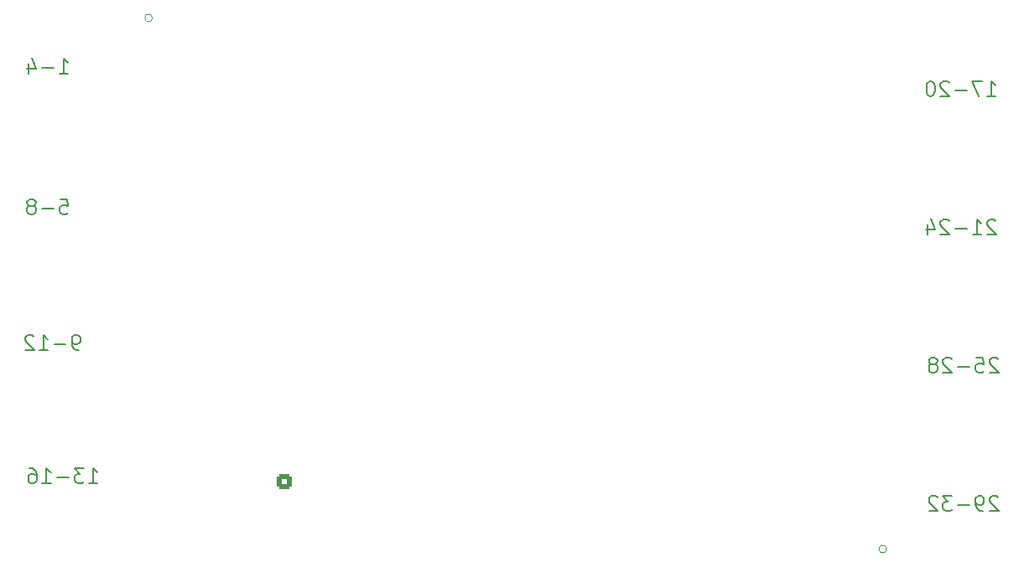
<source format=gbo>
G04 #@! TF.GenerationSoftware,KiCad,Pcbnew,(6.0.0-0)*
G04 #@! TF.CreationDate,2022-01-07T14:07:45-07:00*
G04 #@! TF.ProjectId,Controller_T41_rev0.2a,436f6e74-726f-46c6-9c65-725f5434315f,rev?*
G04 #@! TF.SameCoordinates,Original*
G04 #@! TF.FileFunction,Legend,Bot*
G04 #@! TF.FilePolarity,Positive*
%FSLAX46Y46*%
G04 Gerber Fmt 4.6, Leading zero omitted, Abs format (unit mm)*
G04 Created by KiCad (PCBNEW (6.0.0-0)) date 2022-01-07 14:07:45*
%MOMM*%
%LPD*%
G01*
G04 APERTURE LIST*
G04 Aperture macros list*
%AMRoundRect*
0 Rectangle with rounded corners*
0 $1 Rounding radius*
0 $2 $3 $4 $5 $6 $7 $8 $9 X,Y pos of 4 corners*
0 Add a 4 corners polygon primitive as box body*
4,1,4,$2,$3,$4,$5,$6,$7,$8,$9,$2,$3,0*
0 Add four circle primitives for the rounded corners*
1,1,$1+$1,$2,$3*
1,1,$1+$1,$4,$5*
1,1,$1+$1,$6,$7*
1,1,$1+$1,$8,$9*
0 Add four rect primitives between the rounded corners*
20,1,$1+$1,$2,$3,$4,$5,0*
20,1,$1+$1,$4,$5,$6,$7,0*
20,1,$1+$1,$6,$7,$8,$9,0*
20,1,$1+$1,$8,$9,$2,$3,0*%
G04 Aperture macros list end*
%ADD10C,0.150000*%
%ADD11C,0.120000*%
%ADD12C,1.371600*%
%ADD13C,2.108200*%
%ADD14C,3.708400*%
%ADD15C,3.250000*%
%ADD16RoundRect,0.250500X-0.499500X-0.499500X0.499500X-0.499500X0.499500X0.499500X-0.499500X0.499500X0*%
%ADD17C,1.500000*%
%ADD18C,2.500000*%
%ADD19R,2.600000X2.600000*%
%ADD20C,2.600000*%
%ADD21C,1.600000*%
%ADD22R,1.600000X1.600000*%
%ADD23R,1.300000X1.300000*%
%ADD24C,1.300000*%
%ADD25C,0.800000*%
%ADD26C,6.400000*%
G04 APERTURE END LIST*
D10*
X197048000Y-106763428D02*
X196976571Y-106692000D01*
X196833714Y-106620571D01*
X196476571Y-106620571D01*
X196333714Y-106692000D01*
X196262285Y-106763428D01*
X196190857Y-106906285D01*
X196190857Y-107049142D01*
X196262285Y-107263428D01*
X197119428Y-108120571D01*
X196190857Y-108120571D01*
X195476571Y-108120571D02*
X195190857Y-108120571D01*
X195048000Y-108049142D01*
X194976571Y-107977714D01*
X194833714Y-107763428D01*
X194762285Y-107477714D01*
X194762285Y-106906285D01*
X194833714Y-106763428D01*
X194905142Y-106692000D01*
X195048000Y-106620571D01*
X195333714Y-106620571D01*
X195476571Y-106692000D01*
X195548000Y-106763428D01*
X195619428Y-106906285D01*
X195619428Y-107263428D01*
X195548000Y-107406285D01*
X195476571Y-107477714D01*
X195333714Y-107549142D01*
X195048000Y-107549142D01*
X194905142Y-107477714D01*
X194833714Y-107406285D01*
X194762285Y-107263428D01*
X194119428Y-107549142D02*
X192976571Y-107549142D01*
X192405142Y-106620571D02*
X191476571Y-106620571D01*
X191976571Y-107192000D01*
X191762285Y-107192000D01*
X191619428Y-107263428D01*
X191548000Y-107334857D01*
X191476571Y-107477714D01*
X191476571Y-107834857D01*
X191548000Y-107977714D01*
X191619428Y-108049142D01*
X191762285Y-108120571D01*
X192190857Y-108120571D01*
X192333714Y-108049142D01*
X192405142Y-107977714D01*
X190905142Y-106763428D02*
X190833714Y-106692000D01*
X190690857Y-106620571D01*
X190333714Y-106620571D01*
X190190857Y-106692000D01*
X190119428Y-106763428D01*
X190048000Y-106906285D01*
X190048000Y-107049142D01*
X190119428Y-107263428D01*
X190976571Y-108120571D01*
X190048000Y-108120571D01*
X197048000Y-92793428D02*
X196976571Y-92722000D01*
X196833714Y-92650571D01*
X196476571Y-92650571D01*
X196333714Y-92722000D01*
X196262285Y-92793428D01*
X196190857Y-92936285D01*
X196190857Y-93079142D01*
X196262285Y-93293428D01*
X197119428Y-94150571D01*
X196190857Y-94150571D01*
X194833714Y-92650571D02*
X195548000Y-92650571D01*
X195619428Y-93364857D01*
X195548000Y-93293428D01*
X195405142Y-93222000D01*
X195048000Y-93222000D01*
X194905142Y-93293428D01*
X194833714Y-93364857D01*
X194762285Y-93507714D01*
X194762285Y-93864857D01*
X194833714Y-94007714D01*
X194905142Y-94079142D01*
X195048000Y-94150571D01*
X195405142Y-94150571D01*
X195548000Y-94079142D01*
X195619428Y-94007714D01*
X194119428Y-93579142D02*
X192976571Y-93579142D01*
X192333714Y-92793428D02*
X192262285Y-92722000D01*
X192119428Y-92650571D01*
X191762285Y-92650571D01*
X191619428Y-92722000D01*
X191548000Y-92793428D01*
X191476571Y-92936285D01*
X191476571Y-93079142D01*
X191548000Y-93293428D01*
X192405142Y-94150571D01*
X191476571Y-94150571D01*
X190619428Y-93293428D02*
X190762285Y-93222000D01*
X190833714Y-93150571D01*
X190905142Y-93007714D01*
X190905142Y-92936285D01*
X190833714Y-92793428D01*
X190762285Y-92722000D01*
X190619428Y-92650571D01*
X190333714Y-92650571D01*
X190190857Y-92722000D01*
X190119428Y-92793428D01*
X190048000Y-92936285D01*
X190048000Y-93007714D01*
X190119428Y-93150571D01*
X190190857Y-93222000D01*
X190333714Y-93293428D01*
X190619428Y-93293428D01*
X190762285Y-93364857D01*
X190833714Y-93436285D01*
X190905142Y-93579142D01*
X190905142Y-93864857D01*
X190833714Y-94007714D01*
X190762285Y-94079142D01*
X190619428Y-94150571D01*
X190333714Y-94150571D01*
X190190857Y-94079142D01*
X190119428Y-94007714D01*
X190048000Y-93864857D01*
X190048000Y-93579142D01*
X190119428Y-93436285D01*
X190190857Y-93364857D01*
X190333714Y-93293428D01*
X196794000Y-78823428D02*
X196722571Y-78752000D01*
X196579714Y-78680571D01*
X196222571Y-78680571D01*
X196079714Y-78752000D01*
X196008285Y-78823428D01*
X195936857Y-78966285D01*
X195936857Y-79109142D01*
X196008285Y-79323428D01*
X196865428Y-80180571D01*
X195936857Y-80180571D01*
X194508285Y-80180571D02*
X195365428Y-80180571D01*
X194936857Y-80180571D02*
X194936857Y-78680571D01*
X195079714Y-78894857D01*
X195222571Y-79037714D01*
X195365428Y-79109142D01*
X193865428Y-79609142D02*
X192722571Y-79609142D01*
X192079714Y-78823428D02*
X192008285Y-78752000D01*
X191865428Y-78680571D01*
X191508285Y-78680571D01*
X191365428Y-78752000D01*
X191294000Y-78823428D01*
X191222571Y-78966285D01*
X191222571Y-79109142D01*
X191294000Y-79323428D01*
X192151142Y-80180571D01*
X191222571Y-80180571D01*
X189936857Y-79180571D02*
X189936857Y-80180571D01*
X190294000Y-78609142D02*
X190651142Y-79680571D01*
X189722571Y-79680571D01*
X195936857Y-66210571D02*
X196794000Y-66210571D01*
X196365428Y-66210571D02*
X196365428Y-64710571D01*
X196508285Y-64924857D01*
X196651142Y-65067714D01*
X196794000Y-65139142D01*
X195436857Y-64710571D02*
X194436857Y-64710571D01*
X195079714Y-66210571D01*
X193865428Y-65639142D02*
X192722571Y-65639142D01*
X192079714Y-64853428D02*
X192008285Y-64782000D01*
X191865428Y-64710571D01*
X191508285Y-64710571D01*
X191365428Y-64782000D01*
X191294000Y-64853428D01*
X191222571Y-64996285D01*
X191222571Y-65139142D01*
X191294000Y-65353428D01*
X192151142Y-66210571D01*
X191222571Y-66210571D01*
X190294000Y-64710571D02*
X190151142Y-64710571D01*
X190008285Y-64782000D01*
X189936857Y-64853428D01*
X189865428Y-64996285D01*
X189794000Y-65282000D01*
X189794000Y-65639142D01*
X189865428Y-65924857D01*
X189936857Y-66067714D01*
X190008285Y-66139142D01*
X190151142Y-66210571D01*
X190294000Y-66210571D01*
X190436857Y-66139142D01*
X190508285Y-66067714D01*
X190579714Y-65924857D01*
X190651142Y-65639142D01*
X190651142Y-65282000D01*
X190579714Y-64996285D01*
X190508285Y-64853428D01*
X190436857Y-64782000D01*
X190294000Y-64710571D01*
X105258857Y-105326571D02*
X106116000Y-105326571D01*
X105687428Y-105326571D02*
X105687428Y-103826571D01*
X105830285Y-104040857D01*
X105973142Y-104183714D01*
X106116000Y-104255142D01*
X104758857Y-103826571D02*
X103830285Y-103826571D01*
X104330285Y-104398000D01*
X104116000Y-104398000D01*
X103973142Y-104469428D01*
X103901714Y-104540857D01*
X103830285Y-104683714D01*
X103830285Y-105040857D01*
X103901714Y-105183714D01*
X103973142Y-105255142D01*
X104116000Y-105326571D01*
X104544571Y-105326571D01*
X104687428Y-105255142D01*
X104758857Y-105183714D01*
X103187428Y-104755142D02*
X102044571Y-104755142D01*
X100544571Y-105326571D02*
X101401714Y-105326571D01*
X100973142Y-105326571D02*
X100973142Y-103826571D01*
X101116000Y-104040857D01*
X101258857Y-104183714D01*
X101401714Y-104255142D01*
X99258857Y-103826571D02*
X99544571Y-103826571D01*
X99687428Y-103898000D01*
X99758857Y-103969428D01*
X99901714Y-104183714D01*
X99973142Y-104469428D01*
X99973142Y-105040857D01*
X99901714Y-105183714D01*
X99830285Y-105255142D01*
X99687428Y-105326571D01*
X99401714Y-105326571D01*
X99258857Y-105255142D01*
X99187428Y-105183714D01*
X99116000Y-105040857D01*
X99116000Y-104683714D01*
X99187428Y-104540857D01*
X99258857Y-104469428D01*
X99401714Y-104398000D01*
X99687428Y-104398000D01*
X99830285Y-104469428D01*
X99901714Y-104540857D01*
X99973142Y-104683714D01*
X104242857Y-91864571D02*
X103957142Y-91864571D01*
X103814285Y-91793142D01*
X103742857Y-91721714D01*
X103600000Y-91507428D01*
X103528571Y-91221714D01*
X103528571Y-90650285D01*
X103600000Y-90507428D01*
X103671428Y-90436000D01*
X103814285Y-90364571D01*
X104100000Y-90364571D01*
X104242857Y-90436000D01*
X104314285Y-90507428D01*
X104385714Y-90650285D01*
X104385714Y-91007428D01*
X104314285Y-91150285D01*
X104242857Y-91221714D01*
X104100000Y-91293142D01*
X103814285Y-91293142D01*
X103671428Y-91221714D01*
X103600000Y-91150285D01*
X103528571Y-91007428D01*
X102885714Y-91293142D02*
X101742857Y-91293142D01*
X100242857Y-91864571D02*
X101100000Y-91864571D01*
X100671428Y-91864571D02*
X100671428Y-90364571D01*
X100814285Y-90578857D01*
X100957142Y-90721714D01*
X101100000Y-90793142D01*
X99671428Y-90507428D02*
X99600000Y-90436000D01*
X99457142Y-90364571D01*
X99100000Y-90364571D01*
X98957142Y-90436000D01*
X98885714Y-90507428D01*
X98814285Y-90650285D01*
X98814285Y-90793142D01*
X98885714Y-91007428D01*
X99742857Y-91864571D01*
X98814285Y-91864571D01*
X102377714Y-76648571D02*
X103092000Y-76648571D01*
X103163428Y-77362857D01*
X103092000Y-77291428D01*
X102949142Y-77220000D01*
X102592000Y-77220000D01*
X102449142Y-77291428D01*
X102377714Y-77362857D01*
X102306285Y-77505714D01*
X102306285Y-77862857D01*
X102377714Y-78005714D01*
X102449142Y-78077142D01*
X102592000Y-78148571D01*
X102949142Y-78148571D01*
X103092000Y-78077142D01*
X103163428Y-78005714D01*
X101663428Y-77577142D02*
X100520571Y-77577142D01*
X99592000Y-77291428D02*
X99734857Y-77220000D01*
X99806285Y-77148571D01*
X99877714Y-77005714D01*
X99877714Y-76934285D01*
X99806285Y-76791428D01*
X99734857Y-76720000D01*
X99592000Y-76648571D01*
X99306285Y-76648571D01*
X99163428Y-76720000D01*
X99092000Y-76791428D01*
X99020571Y-76934285D01*
X99020571Y-77005714D01*
X99092000Y-77148571D01*
X99163428Y-77220000D01*
X99306285Y-77291428D01*
X99592000Y-77291428D01*
X99734857Y-77362857D01*
X99806285Y-77434285D01*
X99877714Y-77577142D01*
X99877714Y-77862857D01*
X99806285Y-78005714D01*
X99734857Y-78077142D01*
X99592000Y-78148571D01*
X99306285Y-78148571D01*
X99163428Y-78077142D01*
X99092000Y-78005714D01*
X99020571Y-77862857D01*
X99020571Y-77577142D01*
X99092000Y-77434285D01*
X99163428Y-77362857D01*
X99306285Y-77291428D01*
X102306285Y-63924571D02*
X103163428Y-63924571D01*
X102734857Y-63924571D02*
X102734857Y-62424571D01*
X102877714Y-62638857D01*
X103020571Y-62781714D01*
X103163428Y-62853142D01*
X101663428Y-63353142D02*
X100520571Y-63353142D01*
X99163428Y-62924571D02*
X99163428Y-63924571D01*
X99520571Y-62353142D02*
X99877714Y-63424571D01*
X98949142Y-63424571D01*
D11*
X185775600Y-112014000D02*
G75*
G03*
X185775600Y-112014000I-381000J0D01*
G01*
X111658400Y-58318400D02*
G75*
G03*
X111658400Y-58318400I-381000J0D01*
G01*
%LPC*%
D12*
X185140600Y-93462000D03*
X185140600Y-90922000D03*
X185140600Y-79482000D03*
X185140600Y-76942000D03*
X187680600Y-94732000D03*
X187680600Y-92192000D03*
X187680600Y-80752000D03*
X187680600Y-78212000D03*
D13*
X182897602Y-99172000D03*
X182897602Y-85202000D03*
X182897602Y-71232000D03*
D14*
X193097600Y-111872000D03*
X193097600Y-58532000D03*
D13*
X196762800Y-114571994D03*
X196762800Y-55832005D03*
D12*
X185140600Y-82022000D03*
X187680600Y-83292000D03*
X185140600Y-96002000D03*
X187680600Y-97272000D03*
X185140600Y-88382000D03*
X187680600Y-89652000D03*
X185140600Y-74402000D03*
X187680600Y-75672000D03*
X185140600Y-107442000D03*
X185140600Y-104902000D03*
X187680600Y-108712000D03*
X187680600Y-106172000D03*
X185140600Y-109982000D03*
X187680600Y-111252000D03*
X185140600Y-102362000D03*
X187680600Y-103632000D03*
X185140600Y-65522000D03*
X185140600Y-62982000D03*
X187680600Y-66792000D03*
X187680600Y-64252000D03*
X185140600Y-68062000D03*
X187680600Y-69332000D03*
X185140600Y-60442000D03*
X187680600Y-61712000D03*
X111531400Y-76870400D03*
X111531400Y-79410400D03*
X111531400Y-90850400D03*
X111531400Y-93390400D03*
X108991400Y-75600400D03*
X108991400Y-78140400D03*
X108991400Y-89580400D03*
X108991400Y-92120400D03*
D13*
X113774398Y-71160400D03*
X113774398Y-85130400D03*
X113774398Y-99100400D03*
D14*
X103574400Y-58460400D03*
X103574400Y-111800400D03*
D13*
X99909200Y-55760406D03*
X99909200Y-114500395D03*
D12*
X111531400Y-88310400D03*
X108991400Y-87040400D03*
X111531400Y-74330400D03*
X108991400Y-73060400D03*
X111531400Y-81950400D03*
X108991400Y-80680400D03*
X111531400Y-95930400D03*
X108991400Y-94660400D03*
X111531400Y-62890400D03*
X111531400Y-65430400D03*
X108991400Y-61620400D03*
X108991400Y-64160400D03*
X111531400Y-60350400D03*
X108991400Y-59080400D03*
X111531400Y-67970400D03*
X108991400Y-66700400D03*
X111531400Y-104810400D03*
X111531400Y-107350400D03*
X108991400Y-103540400D03*
X108991400Y-106080400D03*
X111531400Y-102270400D03*
X108991400Y-101000400D03*
X111531400Y-109890400D03*
X108991400Y-108620400D03*
D15*
X135128000Y-111506000D03*
X123698000Y-111506000D03*
D16*
X124968000Y-105156000D03*
D17*
X126238000Y-102616000D03*
X127508000Y-105156000D03*
X128778000Y-102616000D03*
X130048000Y-105156000D03*
X131318000Y-102616000D03*
X132588000Y-105156000D03*
D18*
X121538000Y-108456000D03*
D17*
X133858000Y-102616000D03*
D18*
X137288000Y-108456000D03*
D17*
X123088000Y-116586000D03*
X125628000Y-114886000D03*
X135738000Y-114886000D03*
X133198000Y-116586000D03*
D19*
X162087560Y-114300000D03*
D20*
X167167560Y-114300000D03*
D21*
X141168120Y-113718340D03*
X141168120Y-111178340D03*
X141168120Y-108638340D03*
X141168120Y-106098340D03*
X141168120Y-103558340D03*
X141168120Y-101018340D03*
X141168120Y-98478340D03*
X141168120Y-95938340D03*
X141168120Y-93398340D03*
X141168120Y-90858340D03*
X141168120Y-88318340D03*
X141168120Y-85778340D03*
X141168120Y-83238340D03*
X141168120Y-80698340D03*
D22*
X156408120Y-113718340D03*
D21*
X156408120Y-111178340D03*
X156408120Y-108638340D03*
X156408120Y-106098340D03*
X156408120Y-103558340D03*
X156408120Y-101018340D03*
X156408120Y-98478340D03*
X156408120Y-95938340D03*
X156408120Y-93398340D03*
X156408120Y-90858340D03*
X156408120Y-88318340D03*
X156408120Y-85778340D03*
X156408120Y-83238340D03*
X141168120Y-78158340D03*
X141168120Y-75618340D03*
X141168120Y-73078340D03*
X141168120Y-70538340D03*
X141168120Y-67998340D03*
X141168120Y-65458340D03*
X141168120Y-62918340D03*
X141168120Y-60378340D03*
X141168120Y-57838340D03*
X141168120Y-55298340D03*
X156408120Y-55298340D03*
X156408120Y-57838340D03*
X156408120Y-60378340D03*
X156408120Y-62918340D03*
X156408120Y-80698340D03*
X156408120Y-78158340D03*
X156408120Y-75618340D03*
X156408120Y-65458340D03*
X156408120Y-67998340D03*
X156408120Y-70538340D03*
X156408120Y-73078340D03*
D23*
X143606520Y-100748340D03*
D24*
X143606520Y-98748340D03*
X145606520Y-100748340D03*
X145606520Y-98748340D03*
X147606520Y-98748340D03*
X147606520Y-100748340D03*
D25*
X176070596Y-105722084D03*
X174373540Y-105019140D03*
X172676484Y-105722084D03*
X171973540Y-107419140D03*
X172676484Y-109116196D03*
X174373540Y-109819140D03*
X176070596Y-109116196D03*
X176773540Y-107419140D03*
D26*
X174373540Y-107419140D03*
D25*
X125270596Y-80322084D03*
X123573540Y-79619140D03*
X121876484Y-80322084D03*
X121173540Y-82019140D03*
X121876484Y-83716196D03*
X123573540Y-84419140D03*
X125270596Y-83716196D03*
X125973540Y-82019140D03*
D26*
X123573540Y-82019140D03*
D25*
X176070596Y-54922084D03*
X174373540Y-54219140D03*
X172676484Y-54922084D03*
X171973540Y-56619140D03*
X172676484Y-58316196D03*
X174373540Y-59019140D03*
X176070596Y-58316196D03*
X176773540Y-56619140D03*
D26*
X174373540Y-56619140D03*
D25*
X125270596Y-54922084D03*
X123573540Y-54219140D03*
X121876484Y-54922084D03*
X121173540Y-56619140D03*
X121876484Y-58316196D03*
X123573540Y-59019140D03*
X125270596Y-58316196D03*
X125973540Y-56619140D03*
D26*
X123573540Y-56619140D03*
M02*

</source>
